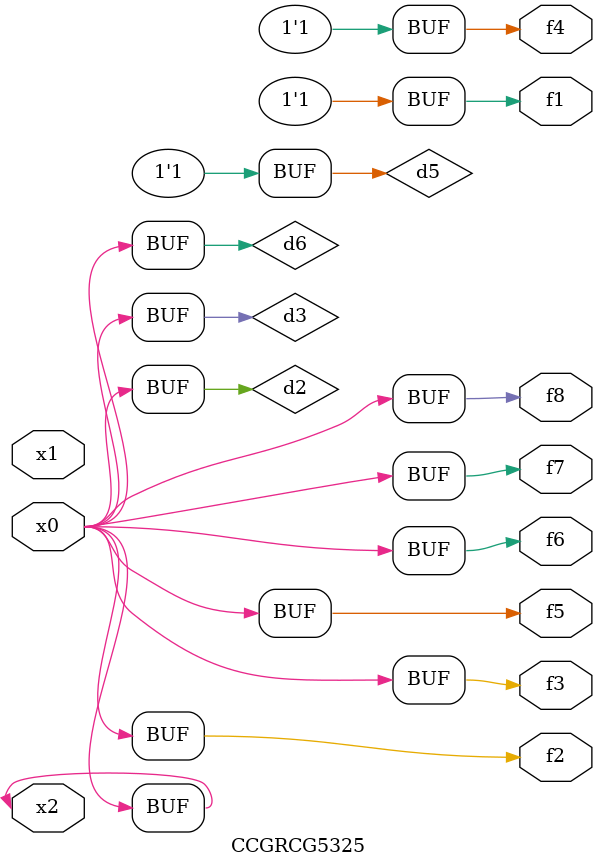
<source format=v>
module CCGRCG5325(
	input x0, x1, x2,
	output f1, f2, f3, f4, f5, f6, f7, f8
);

	wire d1, d2, d3, d4, d5, d6;

	xnor (d1, x2);
	buf (d2, x0, x2);
	and (d3, x0);
	xnor (d4, x1, x2);
	nand (d5, d1, d3);
	buf (d6, d2, d3);
	assign f1 = d5;
	assign f2 = d6;
	assign f3 = d6;
	assign f4 = d5;
	assign f5 = d6;
	assign f6 = d6;
	assign f7 = d6;
	assign f8 = d6;
endmodule

</source>
